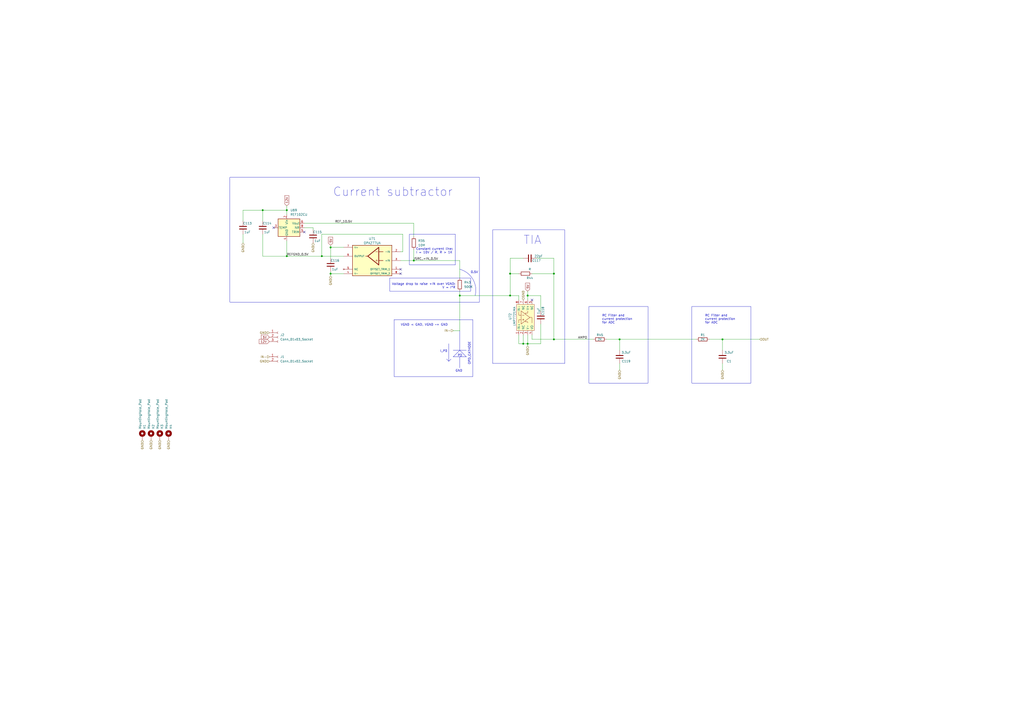
<source format=kicad_sch>
(kicad_sch (version 20230121) (generator eeschema)
  (paper "A2")
  (lib_symbols
    (symbol "Connector:Conn_01x02_Socket" (pin_names (offset 1.016) hide)
      (property "Reference" "J" (at 0 2.54 0))
      (property "Value" "Conn_01x02_Socket" (at 0 -5.08 0))
      (symbol "Conn_01x02_Socket_1_1"
        (arc (start 0 -2.032) (mid -0.5058 -2.54) (end 0 -3.048) (stroke (width 0.1524)))
        (polyline (pts (xy -1.27 -2.54) (xy -0.508 -2.54)) (stroke (width 0.1524)))
        (polyline (pts (xy -1.27 0) (xy -0.508 0)) (stroke (width 0.1524)))
        (arc (start 0 0.508) (mid -0.5058 0) (end 0 -0.508) (stroke (width 0.1524)))
        (pin passive line (at -5.08 0 0) (length 3.81) (name "Pin_1") (number "1"))
        (pin passive line (at -5.08 -2.54 0) (length 3.81) (name "Pin_2") (number "2"))
      )
    )
    (symbol "Connector:Conn_01x03_Socket" (pin_names (offset 1.016) hide)
      (property "Reference" "J" (at 0 5.08 0))
      (property "Value" "Conn_01x03_Socket" (at 0 -5.08 0))
      (symbol "Conn_01x03_Socket_1_1"
        (arc (start 0 -2.032) (mid -0.5058 -2.54) (end 0 -3.048) (stroke (width 0.1524)))
        (polyline (pts (xy -1.27 -2.54) (xy -0.508 -2.54)) (stroke (width 0.1524)))
        (polyline (pts (xy -1.27 0) (xy -0.508 0)) (stroke (width 0.1524)))
        (polyline (pts (xy -1.27 2.54) (xy -0.508 2.54)) (stroke (width 0.1524)))
        (arc (start 0 0.508) (mid -0.5058 0) (end 0 -0.508) (stroke (width 0.1524)))
        (arc (start 0 3.048) (mid -0.5058 2.54) (end 0 2.032) (stroke (width 0.1524)))
        (pin passive line (at -5.08 2.54 0) (length 3.81) (name "Pin_1") (number "1"))
        (pin passive line (at -5.08 0 0) (length 3.81) (name "Pin_2") (number "2"))
        (pin passive line (at -5.08 -2.54 0) (length 3.81) (name "Pin_3") (number "3"))
      )
    )
    (symbol "Device:C" (pin_numbers hide) (pin_names (offset 0.254))
      (property "Reference" "C" (at 0.635 2.54 0))
      (property "Value" "C" (at 0.635 -2.54 0))
      (symbol "C_0_1"
        (polyline (pts (xy -2.032 -0.762) (xy 2.032 -0.762)) (stroke (width 0.508)))
        (polyline (pts (xy -2.032 0.762) (xy 2.032 0.762)) (stroke (width 0.508)))
      )
      (symbol "C_1_1"
        (pin passive line (at 0 3.81 270) (length 2.794) (name "~") (number "1"))
        (pin passive line (at 0 -3.81 90) (length 2.794) (name "~") (number "2"))
      )
    )
    (symbol "Device:R" (pin_numbers hide) (pin_names (offset 0))
      (property "Reference" "R" (at 2.032 0 90))
      (property "Value" "R" (at 0 0 90))
      (symbol "R_0_1"
        (rectangle (start -1.016 -2.54) (end 1.016 2.54) (stroke (width 0.254)))
      )
      (symbol "R_1_1"
        (pin passive line (at 0 3.81 270) (length 1.27) (name "~") (number "1"))
        (pin passive line (at 0 -3.81 90) (length 1.27) (name "~") (number "2"))
      )
    )
    (symbol "LMP7721:LMP7721MA"
      (property "Reference" "U" (at 0 6.35 0))
      (property "Value" "LMP7721MA" (at -0.635 8.89 0))
      (symbol "LMP7721MA_0_1"
        (rectangle (start -7.62 5.08) (end 7.62 -5.08) (fill (type background)))
        (polyline (pts (xy -1.778 1.27) (xy -0.762 1.27)))
        (polyline (pts (xy -1.27 1.778) (xy -1.27 0.762)))
        (polyline (pts (xy 1.27 1.778) (xy 1.27 0.762)))
        (polyline (pts (xy -1.27 2.54) (xy -1.27 3.81) (xy -3.175 3.81)))
        (polyline (pts (xy 0 -2.54) (xy 0 -3.81) (xy -3.175 -3.81)))
        (polyline (pts (xy 1.27 2.54) (xy 1.27 3.81) (xy 3.175 3.81)))
        (polyline (pts (xy -3.81 2.54) (xy 3.81 2.54) (xy 0 -2.54) (xy -3.81 2.54)))
        (polyline (pts (xy -1.905 0) (xy -2.54 0) (xy -2.54 -1.27) (xy -3.175 -1.27)))
        (polyline (pts (xy 1.905 0) (xy 2.54 0) (xy 2.54 -1.27) (xy 3.81 -1.27)))
      )
      (symbol "LMP7721MA_1_1"
        (pin input line (at -10.16 3.81 0) (length 2.54) (name "IN+") (number "1"))
        (pin input line (at -10.16 1.27 0) (length 2.54) (name "NC") (number "2"))
        (pin input line (at -10.16 -1.27 0) (length 2.54) (name "V-") (number "3"))
        (pin input line (at -10.16 -3.81 0) (length 2.54) (name "VO") (number "4"))
        (pin input line (at 10.16 -3.81 180) (length 2.54) (name "NC") (number "5"))
        (pin input line (at 10.16 -1.27 180) (length 2.54) (name "V+") (number "6"))
        (pin input line (at 10.16 1.27 180) (length 2.54) (name "NC") (number "7"))
        (pin input line (at 10.16 3.81 180) (length 2.54) (name "IN-") (number "8"))
      )
    )
    (symbol "Mechanical:MountingHole_Pad" (pin_numbers hide) (pin_names (offset 1.016) hide)
      (property "Reference" "H" (at 0 6.35 0))
      (property "Value" "MountingHole_Pad" (at 0 4.445 0))
      (symbol "MountingHole_Pad_0_1"
        (circle (center 0 1.27) (radius 1.27) (stroke (width 1.27)))
      )
      (symbol "MountingHole_Pad_1_1"
        (pin input line (at 0 -2.54 90) (length 2.54) (name "1") (number "1"))
      )
    )
    (symbol "OPAx277:OPA277UA" (pin_names (offset 1.016))
      (property "Reference" "U" (at -10.16 13.97 0))
      (property "Value" "OPA277UA" (at -10.16 -6.35 0))
      (symbol "OPA277UA_0_0"
        (rectangle (start -10.16 13.97) (end 12.7 -3.81) (stroke (width 0.254)) (fill (type background)))
        (polyline (pts (xy -5.08 5.08) (xy -2.54 5.08)) (stroke (width 0.254)))
        (polyline (pts (xy -5.08 10.16) (xy -2.54 10.16)) (stroke (width 0.254)))
        (polyline (pts (xy -2.54 2.54) (xy 3.81 7.62)) (stroke (width 0.4064)))
        (polyline (pts (xy -2.54 5.08) (xy -2.54 2.54)) (stroke (width 0.4064)))
        (polyline (pts (xy -2.54 10.16) (xy -2.54 5.08)) (stroke (width 0.4064)))
        (polyline (pts (xy -2.54 12.7) (xy -2.54 10.16)) (stroke (width 0.4064)))
        (polyline (pts (xy -1.905 5.08) (xy -0.635 5.08)) (stroke (width 0.1524)))
        (polyline (pts (xy -1.905 10.16) (xy -0.635 10.16)) (stroke (width 0.1524)))
        (polyline (pts (xy -1.27 5.715) (xy -1.27 4.445)) (stroke (width 0.1524)))
        (polyline (pts (xy 3.81 7.62) (xy -2.54 12.7)) (stroke (width 0.4064)))
        (polyline (pts (xy 3.81 7.62) (xy 5.08 7.62)) (stroke (width 0.254)))
        (pin input line (at -15.24 0 0) (length 5.08) (name "OFFSET_TRIM_1") (number "1"))
        (pin input line (at -15.24 10.16 0) (length 5.08) (name "-IN") (number "2"))
        (pin input line (at -15.24 5.08 0) (length 5.08) (name "+IN") (number "3"))
        (pin power_in line (at 17.78 -2.54 180) (length 5.08) (name "V-") (number "4"))
        (pin no_connect line (at 17.78 0 180) (length 5.08) (name "NC") (number "5"))
        (pin output line (at 17.78 7.62 180) (length 5.08) (name "OUTPUT") (number "6"))
        (pin power_in line (at 17.78 12.7 180) (length 5.08) (name "V+") (number "7"))
        (pin input line (at -15.24 -2.54 0) (length 5.08) (name "OFFSET_TRIM_2") (number "8"))
      )
    )
    (symbol "Reference_Voltage:REF102CU" (pin_names (offset 0.254))
      (property "Reference" "U" (at 0 8.255 0))
      (property "Value" "REF102CU" (at 3.175 6.35 0))
      (symbol "REF102CU_0_1"
        (rectangle (start -7.62 5.08) (end 5.08 -5.08) (stroke (width 0.254)) (fill (type background)))
      )
      (symbol "REF102CU_1_1"
        (pin no_connect line (at -5.08 -5.08 90) (length 2.54) hide (name "NC") (number "1"))
        (pin power_in line (at -2.54 7.62 270) (length 2.54) (name "Vin") (number "2"))
        (pin passive line (at -10.16 0 0) (length 2.54) (name "TEMP") (number "3"))
        (pin power_in line (at -2.54 -7.62 90) (length 2.54) (name "GND") (number "4"))
        (pin passive line (at 7.62 -2.54 180) (length 2.54) (name "TRIM") (number "5"))
        (pin power_out line (at 7.62 2.54 180) (length 2.54) (name "Vout") (number "6"))
        (pin no_connect line (at 0 -5.08 90) (length 2.54) hide (name "NC") (number "7"))
        (pin passive line (at 7.62 0 180) (length 2.54) (name "NR") (number "8"))
      )
    )
  )
  (junction (at 295.91 158.75))
  (junction (at 321.31 196.85))
  (junction (at 186.69 148.59))
  (junction (at 266.7 171.45))
  (junction (at 306.07 199.39))
  (junction (at 303.53 199.39))
  (junction (at 152.4 121.92))
  (junction (at 191.77 158.75))
  (junction (at 191.77 143.51))
  (junction (at 166.37 121.92))
  (junction (at 359.41 196.85))
  (junction (at 240.03 151.13))
  (junction (at 306.07 171.45))
  (junction (at 295.91 171.45))
  (junction (at 166.37 148.59))
  (junction (at 321.31 158.75))
  (junction (at 419.1 196.85))
  (no_connect (at 308.61 173.99))
  (no_connect (at 232.41 156.21))
  (no_connect (at 176.53 134.62))
  (no_connect (at 158.75 132.08))
  (no_connect (at 232.41 158.75))
  (wire (pts (xy 186.69 148.59) (xy 199.39 148.59)))
  (wire (pts (xy 166.37 148.59) (xy 186.69 148.59)))
  (wire (pts (xy 191.77 157.48) (xy 191.77 158.75)))
  (wire (pts (xy 313.69 187.96) (xy 313.69 199.39)))
  (wire (pts (xy 351.79 196.85) (xy 359.41 196.85)))
  (wire (pts (xy 295.91 171.45) (xy 300.99 171.45)))
  (wire (pts (xy 140.97 135.89) (xy 140.97 140.97)))
  (wire (pts (xy 306.07 171.45) (xy 313.69 171.45)))
  (wire (pts (xy 181.61 132.08) (xy 181.61 133.35)))
  (wire (pts (xy 233.68 146.05) (xy 232.41 146.05)))
  (wire (pts (xy 303.53 199.39) (xy 306.07 199.39)))
  (wire (pts (xy 306.07 171.45) (xy 306.07 173.99)))
  (wire (pts (xy 191.77 142.24) (xy 191.77 143.51)))
  (wire (pts (xy 152.4 121.92) (xy 152.4 128.27)))
  (wire (pts (xy 166.37 121.92) (xy 166.37 124.46)))
  (wire (pts (xy 233.68 135.89) (xy 233.68 146.05)))
  (wire (pts (xy 166.37 139.7) (xy 166.37 148.59)))
  (wire (pts (xy 306.07 199.39) (xy 306.07 200.66)))
  (wire (pts (xy 411.48 196.85) (xy 419.1 196.85)))
  (wire (pts (xy 295.91 149.86) (xy 303.53 149.86)))
  (wire (pts (xy 176.53 132.08) (xy 181.61 132.08)))
  (polyline (pts (xy 260.35 199.39) (xy 260.35 209.55)))
  (wire (pts (xy 240.03 129.54) (xy 176.53 129.54)))
  (wire (pts (xy 166.37 121.92) (xy 152.4 121.92)))
  (polyline (pts (xy 262.89 207.01) (xy 266.7 203.2)))
  (wire (pts (xy 419.1 196.85) (xy 440.69 196.85)))
  (polyline (pts (xy 261.62 208.28) (xy 260.35 209.55)))
  (wire (pts (xy 359.41 196.85) (xy 359.41 203.2)))
  (wire (pts (xy 311.15 149.86) (xy 321.31 149.86)))
  (polyline (pts (xy 262.89 207.01) (xy 270.51 207.01)))
  (wire (pts (xy 240.03 144.78) (xy 240.03 151.13)))
  (wire (pts (xy 300.99 171.45) (xy 300.99 173.99)))
  (wire (pts (xy 308.61 158.75) (xy 321.31 158.75)))
  (wire (pts (xy 419.1 210.82) (xy 419.1 214.63)))
  (wire (pts (xy 140.97 121.92) (xy 152.4 121.92)))
  (wire (pts (xy 306.07 168.91) (xy 306.07 171.45)))
  (wire (pts (xy 321.31 149.86) (xy 321.31 158.75)))
  (wire (pts (xy 266.7 168.91) (xy 266.7 171.45)))
  (wire (pts (xy 308.61 196.85) (xy 308.61 194.31)))
  (wire (pts (xy 321.31 196.85) (xy 344.17 196.85)))
  (wire (pts (xy 240.03 129.54) (xy 240.03 137.16)))
  (wire (pts (xy 300.99 199.39) (xy 303.53 199.39)))
  (polyline (pts (xy 270.51 207.01) (xy 266.7 203.2)))
  (wire (pts (xy 140.97 128.27) (xy 140.97 121.92)))
  (wire (pts (xy 306.07 199.39) (xy 313.69 199.39)))
  (wire (pts (xy 152.4 148.59) (xy 166.37 148.59)))
  (wire (pts (xy 191.77 160.02) (xy 191.77 158.75)))
  (wire (pts (xy 191.77 143.51) (xy 191.77 149.86)))
  (wire (pts (xy 359.41 196.85) (xy 403.86 196.85)))
  (wire (pts (xy 266.7 171.45) (xy 295.91 171.45)))
  (wire (pts (xy 313.69 171.45) (xy 313.69 180.34)))
  (wire (pts (xy 295.91 158.75) (xy 300.99 158.75)))
  (wire (pts (xy 166.37 119.38) (xy 166.37 121.92)))
  (wire (pts (xy 186.69 148.59) (xy 186.69 135.89)))
  (polyline (pts (xy 266.7 207.01) (xy 266.7 213.36)))
  (wire (pts (xy 300.99 194.31) (xy 300.99 199.39)))
  (wire (pts (xy 266.7 161.29) (xy 266.7 151.13)))
  (wire (pts (xy 262.89 191.77) (xy 266.7 191.77)))
  (wire (pts (xy 306.07 199.39) (xy 306.07 194.31)))
  (wire (pts (xy 295.91 149.86) (xy 295.91 158.75)))
  (wire (pts (xy 419.1 196.85) (xy 419.1 203.2)))
  (wire (pts (xy 308.61 196.85) (xy 321.31 196.85)))
  (wire (pts (xy 266.7 171.45) (xy 266.7 191.77)))
  (polyline (pts (xy 259.08 208.28) (xy 260.35 209.55)))
  (wire (pts (xy 191.77 143.51) (xy 199.39 143.51)))
  (wire (pts (xy 303.53 199.39) (xy 303.53 194.31)))
  (polyline (pts (xy 266.7 191.77) (xy 266.7 203.2)))
  (wire (pts (xy 359.41 210.82) (xy 359.41 214.63)))
  (wire (pts (xy 321.31 158.75) (xy 321.31 196.85)))
  (wire (pts (xy 152.4 135.89) (xy 152.4 148.59)))
  (wire (pts (xy 266.7 151.13) (xy 240.03 151.13)))
  (wire (pts (xy 191.77 158.75) (xy 199.39 158.75)))
  (wire (pts (xy 295.91 158.75) (xy 295.91 171.45)))
  (polyline (pts (xy 262.89 203.2) (xy 270.51 203.2)))
  (wire (pts (xy 232.41 151.13) (xy 240.03 151.13)))
  (wire (pts (xy 186.69 135.89) (xy 233.68 135.89)))
  (rectangle (start 133.35 102.87) (end 278.13 175.26))
  (rectangle (start 341.63 177.8) (end 375.92 222.25))
  (rectangle (start 228.6 185.42) (end 274.32 218.44))
  (rectangle (start 285.75 133.35) (end 327.66 210.82))
  (rectangle (start 401.32 177.8) (end 435.61 222.25))
  (arc (start 266.7 156.21) (mid 274.3017 161.988) (end 275.59 171.45))
  (rectangle (start 237.49 135.89) (end 264.16 153.67))
  (rectangle (start 226.06 161.29) (end 273.05 168.91))
  (text "Voltage drop to raise +IN over VGND:\nV = I*R" (at 264.16 167.64 0) (effects (font (size 1.27 1.27)) (justify right bottom)))
  (text "0.5V" (at 273.05 158.75 0) (effects (font (size 1.27 1.27)) (justify left bottom)))
  (text "GND" (at 264.16 215.9 0) (effects (font (size 1.27 1.27)) (justify left bottom)))
  (text "PD" (at 265.43 207.01 0) (effects (font (size 1.27 1.27)) (justify left bottom)))
  (text "Constant current line:\nI = 10V / R, R > 1K" (at 241.3 147.32 0) (effects (font (size 1.27 1.27)) (justify left bottom)))
  (text "VGND < GND, VGND ~= GND" (at 232.41 189.23 0) (effects (font (size 1.27 1.27)) (justify left bottom)))
  (text "RC Filter and \ncurrent protection \nfor ADC" (at 349.25 187.96 0) (effects (font (size 1.27 1.27)) (justify left bottom)))
  (text "Current subtractor" (at 193.04 114.3 0) (effects (font (size 5 5)) (justify left bottom)))
  (text "RC Filter and \ncurrent protection \nfor ADC" (at 408.94 187.96 0) (effects (font (size 1.27 1.27)) (justify left bottom)))
  (text "OPD_CATHODE" (at 273.05 198.12 90) (effects (font (size 1.27 1.27)) (justify right bottom)))
  (text "TIA" (at 303.53 142.24 0) (effects (font (size 5 5)) (justify left bottom)))
  (text "I_PD" (at 255.27 204.47 0) (effects (font (size 1.27 1.27)) (justify left bottom)))
  (label "AMPO" (at 335.28 196.85 0))
  (label "ISRC_+IN_0.5V" (at 240.03 151.13 0))
  (label "REF_10.5V" (at 194.31 129.54 0))
  (label "REFGND_0.5V" (at 166.37 148.59 0))
  (global_label "12V" (shape input) (at 156.21 198.12 180) (property "Intersheetrefs" "${INTERSHEET_REFS}" (effects hide)))
  (global_label "12V" (shape input) (at 166.37 119.38 90) (property "Intersheetrefs" "${INTERSHEET_REFS}" (effects hide)))
  (global_label "5V" (shape input) (at 191.77 142.24 90) (property "Intersheetrefs" "${INTERSHEET_REFS}" (effects hide)))
  (global_label "5V" (shape input) (at 306.07 168.91 90) (property "Intersheetrefs" "${INTERSHEET_REFS}" (effects hide)))
  (global_label "5V" (shape input) (at 156.21 195.58 180) (property "Intersheetrefs" "${INTERSHEET_REFS}" (effects hide)))
  (hierarchical_label "GND" (shape input) (at 82.55 255.27 270))
  (hierarchical_label "GND" (shape input) (at 156.21 193.04 180))
  (hierarchical_label "OUT" (shape input) (at 440.69 196.85 0))
  (hierarchical_label "GND" (shape input) (at 359.41 214.63 270))
  (hierarchical_label "GND" (shape input) (at 87.63 255.27 270))
  (hierarchical_label "GND" (shape input) (at 181.61 140.97 270))
  (hierarchical_label "IN-" (shape input) (at 156.21 207.01 180))
  (hierarchical_label "GND" (shape input) (at 156.21 209.55 180))
  (hierarchical_label "GND" (shape input) (at 303.53 173.99 90))
  (hierarchical_label "IN-" (shape input) (at 262.89 191.77 180))
  (hierarchical_label "GND" (shape input) (at 92.71 255.27 270))
  (hierarchical_label "GND" (shape input) (at 306.07 200.66 270))
  (hierarchical_label "GND" (shape input) (at 419.1 214.63 270))
  (hierarchical_label "GND" (shape input) (at 140.97 140.97 270))
  (hierarchical_label "GND" (shape input) (at 191.77 160.02 270))
  (hierarchical_label "GND" (shape input) (at 97.79 255.27 270))
  (symbol (lib_id "Connector:Conn_01x03_Socket") (at 161.29 195.58 0) (unit 1)
    (property "Reference" "J2" (at 162.56 194.31 0) (effects (justify left)))
    (property "Value" "Conn_01x03_Socket" (at 162.56 196.85 0) (effects (justify left)))
    (property "Footprint" "Connector_JST:JST_PH_S3B-PH-K_1x03_P2.00mm_Horizontal" (effects hide))
  )
  (symbol (lib_id "Device:R") (at 407.67 196.85 270) (unit 1)
    (property "Reference" "R1" (at 407.67 194.31 90))
    (property "Value" "2K" (at 407.67 196.85 90))
    (property "Footprint" "Resistor_SMD:R_0603_1608Metric" (effects hide))
  )
  (symbol (lib_id "Mechanical:MountingHole_Pad") (at 92.71 252.73 0) (unit 1)
    (property "Reference" "H3" (at 93.98 248.92 90) (effects (justify left)))
    (property "Value" "MountingHole_Pad" (at 91.44 248.92 90) (effects (justify left)))
    (property "Footprint" "MountingHole:MountingHole_2.2mm_M2_Pad_Via" (effects hide))
  )
  (symbol (lib_id "Device:C") (at 181.61 137.16 180) (unit 1)
    (property "Reference" "C115" (at 184.15 134.62 0))
    (property "Value" "1uF" (at 184.15 139.7 0))
    (property "Footprint" "Capacitor_SMD:C_0603_1608Metric" (effects hide))
  )
  (symbol (lib_id "OPAx277:OPA277UA") (at 217.17 156.21 0) (mirror y) (unit 1)
    (property "Reference" "U71" (at 215.9 138.43 0))
    (property "Value" "OPA277UA" (at 215.9 140.97 0))
    (property "Footprint" "Package_SO:SOIC-8_3.9x4.9mm_P1.27mm" (effects hide))
    (property "PARTREV" "02/2019" (effects hide))
    (property "MAXIMUM_PACKAGE_HEIGHT" "1.75 mm" (effects hide))
    (property "STANDARD" "IPC 7351B" (effects hide))
    (property "MANUFACTURER" "Texas Instruments" (effects hide))
  )
  (symbol (lib_id "Device:C") (at 359.41 207.01 180) (unit 1)
    (property "Reference" "C119" (at 363.22 209.55 0))
    (property "Value" "3.3uF" (at 363.22 204.47 0))
    (property "Footprint" "Capacitor_SMD:C_0603_1608Metric" (effects hide))
  )
  (symbol (lib_id "Mechanical:MountingHole_Pad") (at 82.55 252.73 0) (unit 1)
    (property "Reference" "H1" (at 83.82 248.92 90) (effects (justify left)))
    (property "Value" "MountingHole_Pad" (at 81.28 248.92 90) (effects (justify left)))
    (property "Footprint" "MountingHole:MountingHole_2.2mm_M2_Pad_Via" (effects hide))
  )
  (symbol (lib_id "Mechanical:MountingHole_Pad") (at 87.63 252.73 0) (unit 1)
    (property "Reference" "H2" (at 88.9 248.92 90) (effects (justify left)))
    (property "Value" "MountingHole_Pad" (at 86.36 248.92 90) (effects (justify left)))
    (property "Footprint" "MountingHole:MountingHole_2.2mm_M2_Pad_Via" (effects hide))
  )
  (symbol (lib_id "Device:R") (at 240.03 140.97 180) (unit 1)
    (property "Reference" "R35" (at 242.57 139.7 0) (effects (justify right)))
    (property "Value" "10M" (at 242.57 142.24 0) (effects (justify right)))
    (property "Footprint" "Resistor_SMD:R_0603_1608Metric" (effects hide))
  )
  (symbol (lib_id "Mechanical:MountingHole_Pad") (at 97.79 252.73 0) (unit 1)
    (property "Reference" "H4" (at 99.06 248.92 90) (effects (justify left)))
    (property "Value" "MountingHole_Pad" (at 96.52 248.92 90) (effects (justify left)))
    (property "Footprint" "MountingHole:MountingHole_2.2mm_M2_Pad_Via" (effects hide))
  )
  (symbol (lib_id "LMP7721:LMP7721MA") (at 304.8 184.15 90) (unit 1)
    (property "Reference" "U72" (at 295.91 181.61 0) (effects (justify right)))
    (property "Value" "LMP7721MA" (at 298.45 177.8 0) (effects (justify right)))
    (property "Footprint" "Package_SO:SOIC-8_3.9x4.9mm_P1.27mm" (effects hide))
  )
  (symbol (lib_id "Connector:Conn_01x02_Socket") (at 161.29 207.01 0) (unit 1)
    (property "Reference" "J1" (at 162.56 207.01 0) (effects (justify left)))
    (property "Value" "Conn_01x02_Socket" (at 162.56 209.55 0) (effects (justify left)))
    (property "Footprint" "Connector_Coaxial:U.FL_Hirose_U.FL-R-SMT-1_Vertical" (effects hide))
  )
  (symbol (lib_id "Device:C") (at 313.69 184.15 180) (unit 1)
    (property "Reference" "C118" (at 314.96 180.34 90))
    (property "Value" "1µF" (at 312.42 180.34 90))
    (property "Footprint" "Capacitor_SMD:C_0603_1608Metric" (effects hide))
  )
  (symbol (lib_id "Device:C") (at 191.77 153.67 180) (unit 1)
    (property "Reference" "C116" (at 194.31 151.13 0))
    (property "Value" "1uF" (at 194.31 156.21 0))
    (property "Footprint" "Capacitor_SMD:C_0603_1608Metric" (effects hide))
  )
  (symbol (lib_id "Reference_Voltage:REF102CU") (at 168.91 132.08 0) (unit 1)
    (property "Reference" "U69" (at 168.3894 121.92 0) (effects (justify left)))
    (property "Value" "REF102CU" (at 168.3894 124.46 0) (effects (justify left)))
    (property "Footprint" "Package_SO:SOIC-8_3.9x4.9mm_P1.27mm" (effects hide))
    (property "Datasheet" "http://www.ti.com/lit/ds/symlink/ref02.pdf" (effects hide))
  )
  (symbol (lib_id "Device:C") (at 419.1 207.01 180) (unit 1)
    (property "Reference" "C1" (at 422.91 209.55 0))
    (property "Value" "3.3uF" (at 422.91 204.47 0))
    (property "Footprint" "Capacitor_SMD:C_0603_1608Metric" (effects hide))
  )
  (symbol (lib_id "Device:R") (at 304.8 158.75 90) (unit 1)
    (property "Reference" "R44" (at 307.34 161.29 90))
    (property "Value" "R" (at 307.34 156.21 90))
    (property "Footprint" "Resistor_SMD:R_1206_3216Metric" (effects hide))
  )
  (symbol (lib_id "Device:R") (at 266.7 165.1 180) (unit 1)
    (property "Reference" "R43" (at 269.24 163.83 0) (effects (justify right)))
    (property "Value" "500K" (at 269.24 166.37 0) (effects (justify right)))
    (property "Footprint" "Resistor_SMD:R_0603_1608Metric" (effects hide))
  )
  (symbol (lib_id "Device:C") (at 152.4 132.08 180) (unit 1)
    (property "Reference" "C114" (at 154.94 129.54 0))
    (property "Value" "1uF" (at 154.94 134.62 0))
    (property "Footprint" "Capacitor_SMD:C_0603_1608Metric" (effects hide))
  )
  (symbol (lib_id "Device:R") (at 347.98 196.85 270) (unit 1)
    (property "Reference" "R45" (at 347.98 194.31 90))
    (property "Value" "2K" (at 347.98 196.85 90))
    (property "Footprint" "Resistor_SMD:R_0603_1608Metric" (effects hide))
  )
  (symbol (lib_id "Device:C") (at 140.97 132.08 180) (unit 1)
    (property "Reference" "C113" (at 143.51 129.54 0))
    (property "Value" "1uF" (at 143.51 134.62 0))
    (property "Footprint" "Capacitor_SMD:C_0603_1608Metric" (effects hide))
  )
  (symbol (lib_id "Device:C") (at 307.34 149.86 90) (unit 1)
    (property "Reference" "C117" (at 311.15 151.13 90))
    (property "Value" "22pF" (at 312.42 148.59 90))
    (property "Footprint" "Capacitor_SMD:C_0603_1608Metric" (effects hide))
  )
)
</source>
